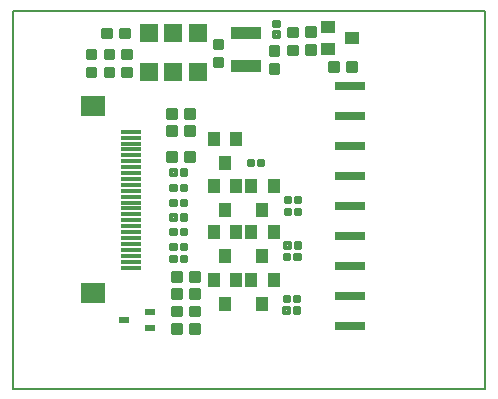
<source format=gts>
G75*
%MOIN*%
%OFA0B0*%
%FSLAX25Y25*%
%IPPOS*%
%LPD*%
%AMOC8*
5,1,8,0,0,1.08239X$1,22.5*
%
%ADD10C,0.00600*%
%ADD11C,0.00975*%
%ADD12R,0.05900X0.05900*%
%ADD13R,0.10243X0.04337*%
%ADD14C,0.00850*%
%ADD15C,0.01450*%
%ADD16R,0.06699X0.01581*%
%ADD17R,0.08077X0.06699*%
%ADD18R,0.03550X0.02369*%
%ADD19R,0.03900X0.04900*%
%ADD20R,0.10400X0.02900*%
%ADD21R,0.04900X0.04400*%
D10*
X0008065Y0003100D02*
X0008065Y0129084D01*
X0165545Y0129074D01*
X0165545Y0003100D01*
X0008065Y0003100D01*
D11*
X0061102Y0024663D02*
X0064028Y0024663D01*
X0064028Y0021737D01*
X0061102Y0021737D01*
X0061102Y0024663D01*
X0061102Y0022711D02*
X0064028Y0022711D01*
X0064028Y0023685D02*
X0061102Y0023685D01*
X0061102Y0024659D02*
X0064028Y0024659D01*
X0064028Y0030463D02*
X0061102Y0030463D01*
X0064028Y0030463D02*
X0064028Y0027537D01*
X0061102Y0027537D01*
X0061102Y0030463D01*
X0061102Y0028511D02*
X0064028Y0028511D01*
X0064028Y0029485D02*
X0061102Y0029485D01*
X0061102Y0030459D02*
X0064028Y0030459D01*
X0064028Y0036163D02*
X0061102Y0036163D01*
X0064028Y0036163D02*
X0064028Y0033237D01*
X0061102Y0033237D01*
X0061102Y0036163D01*
X0061102Y0034211D02*
X0064028Y0034211D01*
X0064028Y0035185D02*
X0061102Y0035185D01*
X0061102Y0036159D02*
X0064028Y0036159D01*
X0064028Y0041863D02*
X0061102Y0041863D01*
X0064028Y0041863D02*
X0064028Y0038937D01*
X0061102Y0038937D01*
X0061102Y0041863D01*
X0061102Y0039911D02*
X0064028Y0039911D01*
X0064028Y0040885D02*
X0061102Y0040885D01*
X0061102Y0041859D02*
X0064028Y0041859D01*
X0067102Y0041863D02*
X0070028Y0041863D01*
X0070028Y0038937D01*
X0067102Y0038937D01*
X0067102Y0041863D01*
X0067102Y0039911D02*
X0070028Y0039911D01*
X0070028Y0040885D02*
X0067102Y0040885D01*
X0067102Y0041859D02*
X0070028Y0041859D01*
X0070028Y0036163D02*
X0067102Y0036163D01*
X0070028Y0036163D02*
X0070028Y0033237D01*
X0067102Y0033237D01*
X0067102Y0036163D01*
X0067102Y0034211D02*
X0070028Y0034211D01*
X0070028Y0035185D02*
X0067102Y0035185D01*
X0067102Y0036159D02*
X0070028Y0036159D01*
X0070028Y0030463D02*
X0067102Y0030463D01*
X0070028Y0030463D02*
X0070028Y0027537D01*
X0067102Y0027537D01*
X0067102Y0030463D01*
X0067102Y0028511D02*
X0070028Y0028511D01*
X0070028Y0029485D02*
X0067102Y0029485D01*
X0067102Y0030459D02*
X0070028Y0030459D01*
X0070028Y0024663D02*
X0067102Y0024663D01*
X0070028Y0024663D02*
X0070028Y0021737D01*
X0067102Y0021737D01*
X0067102Y0024663D01*
X0067102Y0022711D02*
X0070028Y0022711D01*
X0070028Y0023685D02*
X0067102Y0023685D01*
X0067102Y0024659D02*
X0070028Y0024659D01*
X0068328Y0081963D02*
X0065402Y0081963D01*
X0068328Y0081963D02*
X0068328Y0079037D01*
X0065402Y0079037D01*
X0065402Y0081963D01*
X0065402Y0080011D02*
X0068328Y0080011D01*
X0068328Y0080985D02*
X0065402Y0080985D01*
X0065402Y0081959D02*
X0068328Y0081959D01*
X0062328Y0081963D02*
X0059402Y0081963D01*
X0062328Y0081963D02*
X0062328Y0079037D01*
X0059402Y0079037D01*
X0059402Y0081963D01*
X0059402Y0080011D02*
X0062328Y0080011D01*
X0062328Y0080985D02*
X0059402Y0080985D01*
X0059402Y0081959D02*
X0062328Y0081959D01*
X0062328Y0090663D02*
X0059402Y0090663D01*
X0062328Y0090663D02*
X0062328Y0087737D01*
X0059402Y0087737D01*
X0059402Y0090663D01*
X0059402Y0088711D02*
X0062328Y0088711D01*
X0062328Y0089685D02*
X0059402Y0089685D01*
X0059402Y0090659D02*
X0062328Y0090659D01*
X0062328Y0096363D02*
X0059402Y0096363D01*
X0062328Y0096363D02*
X0062328Y0093437D01*
X0059402Y0093437D01*
X0059402Y0096363D01*
X0059402Y0094411D02*
X0062328Y0094411D01*
X0062328Y0095385D02*
X0059402Y0095385D01*
X0059402Y0096359D02*
X0062328Y0096359D01*
X0065402Y0096363D02*
X0068328Y0096363D01*
X0068328Y0093437D01*
X0065402Y0093437D01*
X0065402Y0096363D01*
X0065402Y0094411D02*
X0068328Y0094411D01*
X0068328Y0095385D02*
X0065402Y0095385D01*
X0065402Y0096359D02*
X0068328Y0096359D01*
X0068328Y0090663D02*
X0065402Y0090663D01*
X0068328Y0090663D02*
X0068328Y0087737D01*
X0065402Y0087737D01*
X0065402Y0090663D01*
X0065402Y0088711D02*
X0068328Y0088711D01*
X0068328Y0089685D02*
X0065402Y0089685D01*
X0065402Y0090659D02*
X0068328Y0090659D01*
X0044402Y0107137D02*
X0044402Y0110063D01*
X0047328Y0110063D01*
X0047328Y0107137D01*
X0044402Y0107137D01*
X0044402Y0108111D02*
X0047328Y0108111D01*
X0047328Y0109085D02*
X0044402Y0109085D01*
X0044402Y0110059D02*
X0047328Y0110059D01*
X0044402Y0113137D02*
X0044402Y0116063D01*
X0047328Y0116063D01*
X0047328Y0113137D01*
X0044402Y0113137D01*
X0044402Y0114111D02*
X0047328Y0114111D01*
X0047328Y0115085D02*
X0044402Y0115085D01*
X0044402Y0116059D02*
X0047328Y0116059D01*
X0046728Y0120137D02*
X0043802Y0120137D01*
X0043802Y0123063D01*
X0046728Y0123063D01*
X0046728Y0120137D01*
X0046728Y0121111D02*
X0043802Y0121111D01*
X0043802Y0122085D02*
X0046728Y0122085D01*
X0046728Y0123059D02*
X0043802Y0123059D01*
X0040728Y0120137D02*
X0037802Y0120137D01*
X0037802Y0123063D01*
X0040728Y0123063D01*
X0040728Y0120137D01*
X0040728Y0121111D02*
X0037802Y0121111D01*
X0037802Y0122085D02*
X0040728Y0122085D01*
X0040728Y0123059D02*
X0037802Y0123059D01*
X0038702Y0116063D02*
X0038702Y0113137D01*
X0038702Y0116063D02*
X0041628Y0116063D01*
X0041628Y0113137D01*
X0038702Y0113137D01*
X0038702Y0114111D02*
X0041628Y0114111D01*
X0041628Y0115085D02*
X0038702Y0115085D01*
X0038702Y0116059D02*
X0041628Y0116059D01*
X0032702Y0116063D02*
X0032702Y0113137D01*
X0032702Y0116063D02*
X0035628Y0116063D01*
X0035628Y0113137D01*
X0032702Y0113137D01*
X0032702Y0114111D02*
X0035628Y0114111D01*
X0035628Y0115085D02*
X0032702Y0115085D01*
X0032702Y0116059D02*
X0035628Y0116059D01*
X0032702Y0110063D02*
X0032702Y0107137D01*
X0032702Y0110063D02*
X0035628Y0110063D01*
X0035628Y0107137D01*
X0032702Y0107137D01*
X0032702Y0108111D02*
X0035628Y0108111D01*
X0035628Y0109085D02*
X0032702Y0109085D01*
X0032702Y0110059D02*
X0035628Y0110059D01*
X0038702Y0110063D02*
X0038702Y0107137D01*
X0038702Y0110063D02*
X0041628Y0110063D01*
X0041628Y0107137D01*
X0038702Y0107137D01*
X0038702Y0108111D02*
X0041628Y0108111D01*
X0041628Y0109085D02*
X0038702Y0109085D01*
X0038702Y0110059D02*
X0041628Y0110059D01*
X0075002Y0110537D02*
X0075002Y0113463D01*
X0077928Y0113463D01*
X0077928Y0110537D01*
X0075002Y0110537D01*
X0075002Y0111511D02*
X0077928Y0111511D01*
X0077928Y0112485D02*
X0075002Y0112485D01*
X0075002Y0113459D02*
X0077928Y0113459D01*
X0075002Y0116537D02*
X0075002Y0119463D01*
X0077928Y0119463D01*
X0077928Y0116537D01*
X0075002Y0116537D01*
X0075002Y0117511D02*
X0077928Y0117511D01*
X0077928Y0118485D02*
X0075002Y0118485D01*
X0075002Y0119459D02*
X0077928Y0119459D01*
X0096628Y0117363D02*
X0096628Y0114437D01*
X0093702Y0114437D01*
X0093702Y0117363D01*
X0096628Y0117363D01*
X0096628Y0115411D02*
X0093702Y0115411D01*
X0093702Y0116385D02*
X0096628Y0116385D01*
X0096628Y0117359D02*
X0093702Y0117359D01*
X0096628Y0111363D02*
X0096628Y0108437D01*
X0093702Y0108437D01*
X0093702Y0111363D01*
X0096628Y0111363D01*
X0096628Y0109411D02*
X0093702Y0109411D01*
X0093702Y0110385D02*
X0096628Y0110385D01*
X0096628Y0111359D02*
X0093702Y0111359D01*
X0105802Y0114637D02*
X0105802Y0117563D01*
X0108728Y0117563D01*
X0108728Y0114637D01*
X0105802Y0114637D01*
X0105802Y0115611D02*
X0108728Y0115611D01*
X0108728Y0116585D02*
X0105802Y0116585D01*
X0105802Y0117559D02*
X0108728Y0117559D01*
X0105802Y0120637D02*
X0105802Y0123563D01*
X0108728Y0123563D01*
X0108728Y0120637D01*
X0105802Y0120637D01*
X0105802Y0121611D02*
X0108728Y0121611D01*
X0108728Y0122585D02*
X0105802Y0122585D01*
X0105802Y0123559D02*
X0108728Y0123559D01*
X0113602Y0109037D02*
X0116528Y0109037D01*
X0113602Y0109037D02*
X0113602Y0111963D01*
X0116528Y0111963D01*
X0116528Y0109037D01*
X0116528Y0110011D02*
X0113602Y0110011D01*
X0113602Y0110985D02*
X0116528Y0110985D01*
X0116528Y0111959D02*
X0113602Y0111959D01*
X0119602Y0109037D02*
X0122528Y0109037D01*
X0119602Y0109037D02*
X0119602Y0111963D01*
X0122528Y0111963D01*
X0122528Y0109037D01*
X0122528Y0110011D02*
X0119602Y0110011D01*
X0119602Y0110985D02*
X0122528Y0110985D01*
X0122528Y0111959D02*
X0119602Y0111959D01*
D12*
X0069665Y0108500D03*
X0061365Y0108600D03*
X0053365Y0108600D03*
X0053365Y0121600D03*
X0061365Y0121600D03*
X0069665Y0121500D03*
D13*
X0085865Y0121606D03*
X0085865Y0110794D03*
D14*
X0102890Y0114725D02*
X0102890Y0117275D01*
X0102890Y0114725D02*
X0099840Y0114725D01*
X0099840Y0117275D01*
X0102890Y0117275D01*
X0102890Y0115574D02*
X0099840Y0115574D01*
X0099840Y0116423D02*
X0102890Y0116423D01*
X0102890Y0117272D02*
X0099840Y0117272D01*
X0102890Y0120725D02*
X0102890Y0123275D01*
X0102890Y0120725D02*
X0099840Y0120725D01*
X0099840Y0123275D01*
X0102890Y0123275D01*
X0102890Y0121574D02*
X0099840Y0121574D01*
X0099840Y0122423D02*
X0102890Y0122423D01*
X0102890Y0123272D02*
X0099840Y0123272D01*
D15*
X0095240Y0123925D02*
X0095240Y0125375D01*
X0096690Y0125375D01*
X0096690Y0123925D01*
X0095240Y0123925D01*
X0095240Y0125374D02*
X0096690Y0125374D01*
X0095240Y0121875D02*
X0095240Y0120425D01*
X0095240Y0121875D02*
X0096690Y0121875D01*
X0096690Y0120425D01*
X0095240Y0120425D01*
X0095240Y0121874D02*
X0096690Y0121874D01*
X0091640Y0077475D02*
X0090190Y0077475D01*
X0090190Y0078925D01*
X0091640Y0078925D01*
X0091640Y0077475D01*
X0091640Y0078924D02*
X0090190Y0078924D01*
X0088140Y0077475D02*
X0086690Y0077475D01*
X0086690Y0078925D01*
X0088140Y0078925D01*
X0088140Y0077475D01*
X0088140Y0078924D02*
X0086690Y0078924D01*
X0098990Y0065175D02*
X0100440Y0065175D01*
X0098990Y0065175D02*
X0098990Y0066625D01*
X0100440Y0066625D01*
X0100440Y0065175D01*
X0100440Y0066624D02*
X0098990Y0066624D01*
X0102490Y0065175D02*
X0103940Y0065175D01*
X0102490Y0065175D02*
X0102490Y0066625D01*
X0103940Y0066625D01*
X0103940Y0065175D01*
X0103940Y0066624D02*
X0102490Y0066624D01*
X0102490Y0061175D02*
X0103940Y0061175D01*
X0102490Y0061175D02*
X0102490Y0062625D01*
X0103940Y0062625D01*
X0103940Y0061175D01*
X0103940Y0062624D02*
X0102490Y0062624D01*
X0100440Y0061175D02*
X0098990Y0061175D01*
X0098990Y0062625D01*
X0100440Y0062625D01*
X0100440Y0061175D01*
X0100440Y0062624D02*
X0098990Y0062624D01*
X0098890Y0050075D02*
X0100340Y0050075D01*
X0098890Y0050075D02*
X0098890Y0051525D01*
X0100340Y0051525D01*
X0100340Y0050075D01*
X0100340Y0051524D02*
X0098890Y0051524D01*
X0102390Y0050075D02*
X0103840Y0050075D01*
X0102390Y0050075D02*
X0102390Y0051525D01*
X0103840Y0051525D01*
X0103840Y0050075D01*
X0103840Y0051524D02*
X0102390Y0051524D01*
X0102290Y0046175D02*
X0103740Y0046175D01*
X0102290Y0046175D02*
X0102290Y0047625D01*
X0103740Y0047625D01*
X0103740Y0046175D01*
X0103740Y0047624D02*
X0102290Y0047624D01*
X0100240Y0046175D02*
X0098790Y0046175D01*
X0098790Y0047625D01*
X0100240Y0047625D01*
X0100240Y0046175D01*
X0100240Y0047624D02*
X0098790Y0047624D01*
X0098690Y0032275D02*
X0100140Y0032275D01*
X0098690Y0032275D02*
X0098690Y0033725D01*
X0100140Y0033725D01*
X0100140Y0032275D01*
X0100140Y0033724D02*
X0098690Y0033724D01*
X0102190Y0032275D02*
X0103640Y0032275D01*
X0102190Y0032275D02*
X0102190Y0033725D01*
X0103640Y0033725D01*
X0103640Y0032275D01*
X0103640Y0033724D02*
X0102190Y0033724D01*
X0102090Y0028375D02*
X0103540Y0028375D01*
X0102090Y0028375D02*
X0102090Y0029825D01*
X0103540Y0029825D01*
X0103540Y0028375D01*
X0103540Y0029824D02*
X0102090Y0029824D01*
X0100040Y0028375D02*
X0098590Y0028375D01*
X0098590Y0029825D01*
X0100040Y0029825D01*
X0100040Y0028375D01*
X0100040Y0029824D02*
X0098590Y0029824D01*
X0065840Y0045675D02*
X0064390Y0045675D01*
X0064390Y0047125D01*
X0065840Y0047125D01*
X0065840Y0045675D01*
X0065840Y0047124D02*
X0064390Y0047124D01*
X0062340Y0045675D02*
X0060890Y0045675D01*
X0060890Y0047125D01*
X0062340Y0047125D01*
X0062340Y0045675D01*
X0062340Y0047124D02*
X0060890Y0047124D01*
X0060890Y0049675D02*
X0062340Y0049675D01*
X0060890Y0049675D02*
X0060890Y0051125D01*
X0062340Y0051125D01*
X0062340Y0049675D01*
X0062340Y0051124D02*
X0060890Y0051124D01*
X0064390Y0049675D02*
X0065840Y0049675D01*
X0064390Y0049675D02*
X0064390Y0051125D01*
X0065840Y0051125D01*
X0065840Y0049675D01*
X0065840Y0051124D02*
X0064390Y0051124D01*
X0064390Y0054675D02*
X0065840Y0054675D01*
X0064390Y0054675D02*
X0064390Y0056125D01*
X0065840Y0056125D01*
X0065840Y0054675D01*
X0065840Y0056124D02*
X0064390Y0056124D01*
X0062340Y0054675D02*
X0060890Y0054675D01*
X0060890Y0056125D01*
X0062340Y0056125D01*
X0062340Y0054675D01*
X0062340Y0056124D02*
X0060890Y0056124D01*
X0060890Y0059375D02*
X0062340Y0059375D01*
X0060890Y0059375D02*
X0060890Y0060825D01*
X0062340Y0060825D01*
X0062340Y0059375D01*
X0062340Y0060824D02*
X0060890Y0060824D01*
X0064390Y0059375D02*
X0065840Y0059375D01*
X0064390Y0059375D02*
X0064390Y0060825D01*
X0065840Y0060825D01*
X0065840Y0059375D01*
X0065840Y0060824D02*
X0064390Y0060824D01*
X0064390Y0064275D02*
X0065840Y0064275D01*
X0064390Y0064275D02*
X0064390Y0065725D01*
X0065840Y0065725D01*
X0065840Y0064275D01*
X0065840Y0065724D02*
X0064390Y0065724D01*
X0062340Y0064275D02*
X0060890Y0064275D01*
X0060890Y0065725D01*
X0062340Y0065725D01*
X0062340Y0064275D01*
X0062340Y0065724D02*
X0060890Y0065724D01*
X0060890Y0069175D02*
X0062340Y0069175D01*
X0060890Y0069175D02*
X0060890Y0070625D01*
X0062340Y0070625D01*
X0062340Y0069175D01*
X0062340Y0070624D02*
X0060890Y0070624D01*
X0064390Y0069175D02*
X0065840Y0069175D01*
X0064390Y0069175D02*
X0064390Y0070625D01*
X0065840Y0070625D01*
X0065840Y0069175D01*
X0065840Y0070624D02*
X0064390Y0070624D01*
X0064390Y0074375D02*
X0065840Y0074375D01*
X0064390Y0074375D02*
X0064390Y0075825D01*
X0065840Y0075825D01*
X0065840Y0074375D01*
X0065840Y0075824D02*
X0064390Y0075824D01*
X0062340Y0074375D02*
X0060890Y0074375D01*
X0060890Y0075825D01*
X0062340Y0075825D01*
X0062340Y0074375D01*
X0062340Y0075824D02*
X0060890Y0075824D01*
D16*
X0047632Y0074950D03*
X0047632Y0076919D03*
X0047632Y0078887D03*
X0047632Y0080856D03*
X0047632Y0082824D03*
X0047632Y0084793D03*
X0047632Y0086761D03*
X0047632Y0088730D03*
X0047632Y0072982D03*
X0047632Y0071013D03*
X0047632Y0069045D03*
X0047632Y0067076D03*
X0047632Y0065108D03*
X0047632Y0063139D03*
X0047632Y0061171D03*
X0047632Y0059202D03*
X0047632Y0057234D03*
X0047632Y0055265D03*
X0047632Y0053297D03*
X0047632Y0051328D03*
X0047632Y0049360D03*
X0047632Y0047391D03*
X0047632Y0045423D03*
X0047632Y0043454D03*
D17*
X0034837Y0034990D03*
X0034837Y0097194D03*
D18*
X0053765Y0028559D03*
X0053765Y0023441D03*
X0045104Y0026000D03*
D19*
X0075025Y0039200D03*
X0082505Y0039200D03*
X0087525Y0039200D03*
X0095005Y0039200D03*
X0091265Y0031200D03*
X0078765Y0031200D03*
X0078765Y0047400D03*
X0075025Y0055400D03*
X0082505Y0055400D03*
X0087525Y0055400D03*
X0095005Y0055400D03*
X0091265Y0062700D03*
X0087525Y0070700D03*
X0082605Y0070700D03*
X0075125Y0070700D03*
X0078765Y0078200D03*
X0075025Y0086200D03*
X0082505Y0086200D03*
X0095005Y0070700D03*
X0078865Y0062700D03*
X0091265Y0047400D03*
D20*
X0120565Y0044124D03*
X0120565Y0054124D03*
X0120565Y0064124D03*
X0120565Y0074124D03*
X0120565Y0084124D03*
X0120565Y0094124D03*
X0120565Y0104124D03*
X0120565Y0034124D03*
X0120565Y0024124D03*
D21*
X0113065Y0116160D03*
X0113065Y0123640D03*
X0121065Y0119900D03*
M02*

</source>
